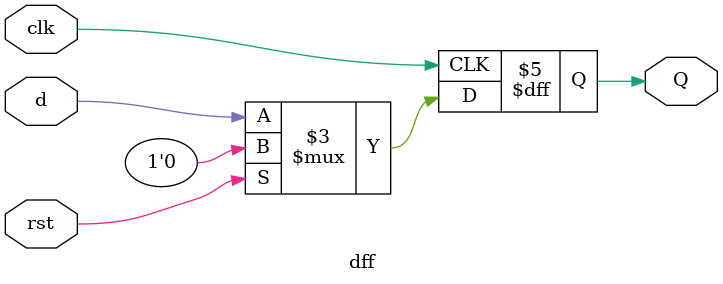
<source format=v>
module dff(d,rst,clk,Q);
input d,clk,rst;
output reg Q;

always @(posedge clk)
begin
if(rst)
Q=1'b0;
else
Q<= d;
end
endmodule
</source>
